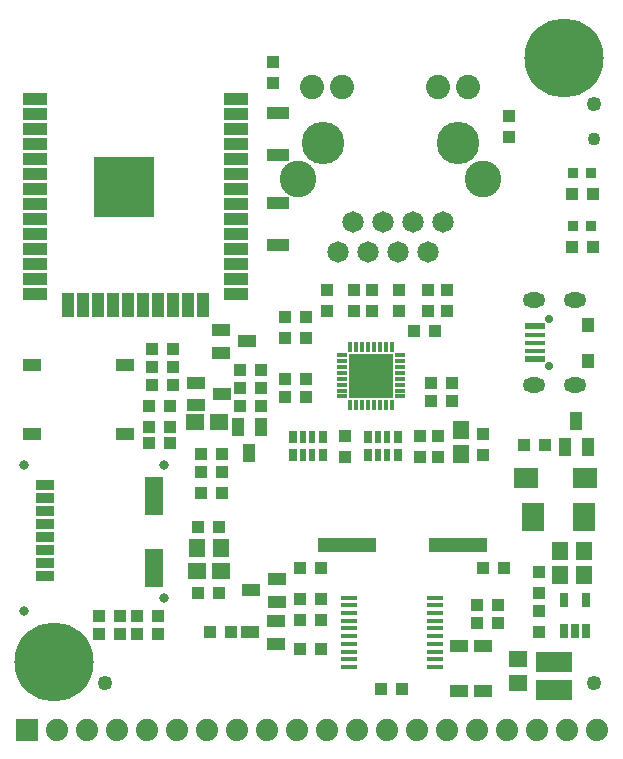
<source format=gbr>
G04 #@! TF.GenerationSoftware,KiCad,Pcbnew,5.1.0-unknown-f7d35cf~86~ubuntu18.04.1*
G04 #@! TF.CreationDate,2019-04-25T16:16:15+03:00*
G04 #@! TF.ProjectId,ESP32-GATEWAY_Rev_F,45535033-322d-4474-9154-455741595f52,F*
G04 #@! TF.SameCoordinates,Original*
G04 #@! TF.FileFunction,Soldermask,Top*
G04 #@! TF.FilePolarity,Negative*
%FSLAX46Y46*%
G04 Gerber Fmt 4.6, Leading zero omitted, Abs format (unit mm)*
G04 Created by KiCad (PCBNEW 5.1.0-unknown-f7d35cf~86~ubuntu18.04.1) date 2019-04-25 16:16:15*
%MOMM*%
%LPD*%
G04 APERTURE LIST*
%ADD10C,3.600000*%
%ADD11C,2.050000*%
%ADD12C,3.100000*%
%ADD13C,1.810000*%
%ADD14R,1.601600X3.201600*%
%ADD15C,0.800000*%
%ADD16R,1.601600X0.901600*%
%ADD17R,1.117600X1.117600*%
%ADD18R,1.625600X1.371600*%
%ADD19R,1.501600X1.101600*%
%ADD20R,1.101600X1.501600*%
%ADD21R,1.879600X2.387600*%
%ADD22R,0.901600X0.901600*%
%ADD23C,1.879600*%
%ADD24R,1.879600X1.879600*%
%ADD25R,1.751600X0.601600*%
%ADD26R,1.751600X0.426600*%
%ADD27C,0.701600*%
%ADD28R,1.101600X1.201600*%
%ADD29O,1.901600X1.301600*%
%ADD30R,1.371600X1.625600*%
%ADD31R,2.101600X1.801600*%
%ADD32R,1.879600X1.117600*%
%ADD33C,1.101600*%
%ADD34R,3.701600X3.701600*%
%ADD35R,0.800000X0.800000*%
%ADD36R,1.822400X1.822400*%
%ADD37R,0.351600X0.901600*%
%ADD38R,0.901600X0.351600*%
%ADD39C,1.600000*%
%ADD40C,6.700000*%
%ADD41R,1.371600X0.426600*%
%ADD42R,3.101600X1.701600*%
%ADD43R,0.651600X1.301600*%
%ADD44R,0.482600X1.117600*%
%ADD45R,0.736600X1.117600*%
%ADD46R,4.927600X1.201600*%
%ADD47R,2.101600X1.001600*%
%ADD48R,1.001600X2.101600*%
%ADD49R,5.101600X5.101600*%
%ADD50C,2.101600*%
%ADD51R,1.625600X1.117600*%
%ADD52C,1.254000*%
G04 APERTURE END LIST*
D10*
X95885000Y-78359000D03*
X107315000Y-78359000D03*
D11*
X105670000Y-73610500D03*
X94990000Y-73610500D03*
D12*
X93800000Y-81409000D03*
X109400000Y-81409000D03*
D11*
X108210000Y-73610500D03*
X97530000Y-73610500D03*
D13*
X97165000Y-87599000D03*
X98435000Y-85059000D03*
X99705000Y-87599000D03*
X100975000Y-85059000D03*
X102245000Y-87599000D03*
X103515000Y-85059000D03*
X104785000Y-87599000D03*
X106055000Y-85059000D03*
D14*
X81577000Y-114275000D03*
X81577000Y-108215000D03*
D15*
X70607000Y-105585000D03*
X82407000Y-105585000D03*
X82407000Y-116855000D03*
X70607000Y-117945000D03*
D16*
X72327000Y-107275000D03*
X72327000Y-108375000D03*
X72327000Y-109475000D03*
X72327000Y-110575000D03*
X72327000Y-111675000D03*
X72327000Y-112775000D03*
X72327000Y-113875000D03*
X72327000Y-114975000D03*
D17*
X88900000Y-97536000D03*
X90678000Y-97536000D03*
D18*
X85090000Y-101981000D03*
X87122000Y-101981000D03*
D17*
X90677999Y-99060000D03*
X88899999Y-99060000D03*
D19*
X87284560Y-94173040D03*
X87284560Y-96075500D03*
X89494360Y-95120460D03*
D17*
X90677999Y-100584000D03*
X88899999Y-100584000D03*
D20*
X90611960Y-102397560D03*
X88709500Y-102397560D03*
X89664540Y-104607360D03*
D21*
X113647000Y-109982000D03*
X118001000Y-109982000D03*
D17*
X85598000Y-104648000D03*
X87376000Y-104648000D03*
X80137000Y-119888000D03*
X81915000Y-119888000D03*
X118745000Y-82677000D03*
X116967000Y-82677000D03*
D22*
X118618000Y-80899000D03*
X117094000Y-80899000D03*
D23*
X78486000Y-128016000D03*
X75946000Y-128016000D03*
X73406000Y-128016000D03*
D24*
X70866000Y-128016000D03*
D23*
X81026000Y-128016000D03*
X83566000Y-128016000D03*
X88646000Y-128016000D03*
X86106000Y-128016000D03*
X91186000Y-128016000D03*
X93726000Y-128016000D03*
X98806000Y-128016000D03*
X96266000Y-128016000D03*
X101346000Y-128016000D03*
X103886000Y-128016000D03*
X108966000Y-128016000D03*
X106426000Y-128016000D03*
X116586000Y-128016000D03*
X119126000Y-128016000D03*
X114046000Y-128016000D03*
X111506000Y-128016000D03*
D25*
X113817000Y-96637500D03*
D26*
X113817000Y-95900000D03*
X113817000Y-95250000D03*
X113817000Y-94600000D03*
D25*
X113817000Y-93862500D03*
D27*
X115067000Y-97250000D03*
X115067000Y-93250000D03*
D28*
X118367000Y-96750000D03*
X118367000Y-93750000D03*
D29*
X117217000Y-98850000D03*
X113747000Y-98850000D03*
X113747000Y-91650000D03*
X117217000Y-91650000D03*
D17*
X86360000Y-119761000D03*
X88138000Y-119761000D03*
D30*
X115951000Y-114935000D03*
X117983000Y-114935000D03*
X115951000Y-112903000D03*
X117983000Y-112903000D03*
D17*
X114173000Y-114681000D03*
X114173000Y-116459000D03*
X114173000Y-119761000D03*
X114173000Y-117983000D03*
X116967000Y-87122000D03*
X118745000Y-87122000D03*
X82931000Y-102362000D03*
X82931000Y-100584000D03*
X83185000Y-98806000D03*
X81407000Y-98806000D03*
X81407000Y-97282000D03*
X83185000Y-97282000D03*
X93980000Y-118745000D03*
X95758000Y-118745000D03*
X112903000Y-103886000D03*
X114681000Y-103886000D03*
D31*
X118070000Y-106680000D03*
X113070000Y-106680000D03*
D17*
X110744000Y-117475000D03*
X108966000Y-117475000D03*
X93980000Y-121158000D03*
X95758000Y-121158000D03*
X111252000Y-114300000D03*
X109474000Y-114300000D03*
X93980000Y-114300000D03*
X95758000Y-114300000D03*
D32*
X92075000Y-75819000D03*
X92075000Y-79375000D03*
X92075000Y-86995000D03*
X92075000Y-83439000D03*
D17*
X85344000Y-110871000D03*
X87122000Y-110871000D03*
X93980000Y-116967000D03*
X95758000Y-116967000D03*
X110744000Y-118999000D03*
X108966000Y-118999000D03*
X92710000Y-93091000D03*
X94488000Y-93091000D03*
X106807000Y-100203000D03*
X105029000Y-100203000D03*
X102616000Y-124523500D03*
X100838000Y-124523500D03*
X100076000Y-92583000D03*
X100076000Y-90805000D03*
X102362000Y-92583000D03*
X102362000Y-90805000D03*
X96266000Y-92583000D03*
X96266000Y-90805000D03*
X85344000Y-116459000D03*
X87122000Y-116459000D03*
X98552000Y-92583000D03*
X98552000Y-90805000D03*
X111633000Y-77851000D03*
X111633000Y-76073000D03*
X91694000Y-71501000D03*
X91694000Y-73279000D03*
X81153000Y-100584000D03*
X81153000Y-102362000D03*
X81153000Y-103759000D03*
X82931000Y-103759000D03*
X83185000Y-95758000D03*
X81407000Y-95758000D03*
D22*
X118618000Y-85344000D03*
X117094000Y-85344000D03*
D33*
X118872000Y-77978000D03*
D17*
X105029000Y-98679000D03*
X106807000Y-98679000D03*
X92710000Y-98298000D03*
X94488000Y-98298000D03*
X92710000Y-99822000D03*
X94488000Y-99822000D03*
X92710000Y-94869000D03*
X94488000Y-94869000D03*
X105410000Y-94234000D03*
X103632000Y-94234000D03*
X97790000Y-104902000D03*
X97790000Y-103124000D03*
X109474000Y-104775000D03*
X109474000Y-102997000D03*
X106426000Y-92583000D03*
X106426000Y-90805000D03*
D30*
X87249000Y-112649000D03*
X85217000Y-112649000D03*
D17*
X104140000Y-103124000D03*
X104140000Y-104902000D03*
X105664000Y-103124000D03*
X105664000Y-104902000D03*
D18*
X112395000Y-122047000D03*
X112395000Y-124079000D03*
D34*
X99949000Y-98044000D03*
D35*
X101249000Y-97544000D03*
X101249000Y-98544000D03*
X100449000Y-99344000D03*
X99449000Y-99344000D03*
X98649000Y-98544000D03*
X98649000Y-97544000D03*
X99449000Y-96744000D03*
X100449000Y-96744000D03*
D36*
X99949000Y-98044000D03*
D37*
X98199000Y-95594000D03*
X98699000Y-95594000D03*
X99199000Y-95594000D03*
X99699000Y-95594000D03*
X100199000Y-95594000D03*
X100699000Y-95594000D03*
X101199000Y-95594000D03*
X101699000Y-95594000D03*
D38*
X102399000Y-96294000D03*
X102399000Y-96794000D03*
X102399000Y-97294000D03*
X102399000Y-97794000D03*
X102399000Y-98294000D03*
X102399000Y-98794000D03*
X102399000Y-99294000D03*
X102399000Y-99794000D03*
D37*
X101699000Y-100494000D03*
X101199000Y-100494000D03*
X100699000Y-100494000D03*
X100199000Y-100494000D03*
X99699000Y-100494000D03*
X99199000Y-100494000D03*
X98699000Y-100494000D03*
X98199000Y-100494000D03*
D38*
X97499000Y-99794000D03*
X97499000Y-99294000D03*
X97499000Y-98794000D03*
X97499000Y-98294000D03*
X97499000Y-97794000D03*
X97499000Y-97294000D03*
X97499000Y-96794000D03*
X97499000Y-96294000D03*
D39*
X70739000Y-122301000D03*
X75565000Y-122301000D03*
X74803000Y-123952000D03*
X71501000Y-124079000D03*
X74803000Y-120650000D03*
X71501000Y-120650000D03*
X73152000Y-124714000D03*
X73152000Y-119888000D03*
D40*
X73152000Y-122301000D03*
D39*
X113919000Y-71120000D03*
X118745000Y-71120000D03*
X117983000Y-72771000D03*
X114681000Y-72898000D03*
X117983000Y-69469000D03*
X114681000Y-69469000D03*
X116332000Y-73533000D03*
X116332000Y-68707000D03*
D40*
X116332000Y-71120000D03*
D41*
X105346500Y-122686000D03*
X105346500Y-122036000D03*
X105346500Y-121386000D03*
X105346500Y-120736000D03*
X105346500Y-120086000D03*
X105346500Y-119436000D03*
X105346500Y-118786000D03*
X105346500Y-118136000D03*
X105346500Y-117486000D03*
X105346500Y-116836000D03*
X98107500Y-116836000D03*
X98107500Y-117486000D03*
X98107500Y-118136000D03*
X98107500Y-118786000D03*
X98107500Y-119436000D03*
X98107500Y-120086000D03*
X98107500Y-120736000D03*
X98107500Y-121386000D03*
X98107500Y-122036000D03*
X98107500Y-122686000D03*
D18*
X87249000Y-114554000D03*
X85217000Y-114554000D03*
D19*
X91912440Y-120710960D03*
X91912440Y-118808500D03*
X89702640Y-119763540D03*
X92039440Y-117154960D03*
X92039440Y-115252500D03*
X89829640Y-116207540D03*
D42*
X115443000Y-124644000D03*
X115443000Y-122244000D03*
D43*
X116271000Y-119664000D03*
X117221000Y-119664000D03*
X118171000Y-119664000D03*
X116271000Y-117064000D03*
X118171000Y-117064000D03*
D20*
X116398040Y-104104440D03*
X118300500Y-104104440D03*
X117345460Y-101894640D03*
D30*
X107569000Y-104648000D03*
X107569000Y-102616000D03*
D44*
X100584000Y-103251000D03*
X101346000Y-103251000D03*
X100584000Y-104775000D03*
X101346000Y-104775000D03*
D45*
X99695000Y-103251000D03*
X99695000Y-104775000D03*
X102235000Y-103251000D03*
X102235000Y-104775000D03*
D44*
X94996000Y-104775000D03*
X94234000Y-104775000D03*
X94996000Y-103251000D03*
X94234000Y-103251000D03*
D45*
X95885000Y-104775000D03*
X95885000Y-103251000D03*
X93345000Y-104775000D03*
X93345000Y-103251000D03*
D46*
X97917000Y-112395000D03*
X107315000Y-112395000D03*
D47*
X71510000Y-74573000D03*
X71510000Y-75843000D03*
X71510000Y-77113000D03*
X71510000Y-78383000D03*
X71510000Y-79653000D03*
X71510000Y-80923000D03*
X71510000Y-82193000D03*
X71510000Y-83463000D03*
X71510000Y-84733000D03*
X71510000Y-86003000D03*
X71510000Y-87273000D03*
X71510000Y-88543000D03*
X71510000Y-89813000D03*
X71510000Y-91083000D03*
D48*
X74310000Y-92083000D03*
X75580000Y-92083000D03*
X76850000Y-92083000D03*
X78120000Y-92083000D03*
X79390000Y-92083000D03*
X80660000Y-92083000D03*
X81930000Y-92083000D03*
X83200000Y-92083000D03*
X84470000Y-92083000D03*
X85740000Y-92083000D03*
D47*
X88510000Y-91083000D03*
X88510000Y-89813000D03*
X88510000Y-88543000D03*
X88510000Y-87273000D03*
X88510000Y-86003000D03*
X88510000Y-84733000D03*
X88510000Y-83463000D03*
X88510000Y-82193000D03*
X88510000Y-80923000D03*
X88510000Y-79653000D03*
X88510000Y-78383000D03*
X88510000Y-77113000D03*
X88510000Y-75843000D03*
X88510000Y-74573000D03*
D49*
X79010000Y-82083000D03*
D50*
X79010000Y-82083000D03*
D51*
X71247000Y-102997000D03*
X79121000Y-102997000D03*
X71247000Y-97155000D03*
X79121000Y-97155000D03*
D17*
X87376000Y-107950000D03*
X85598000Y-107950000D03*
X80137000Y-118364000D03*
X81915000Y-118364000D03*
X76962000Y-118364000D03*
X78740000Y-118364000D03*
X76962000Y-119888000D03*
X78740000Y-119888000D03*
X85598000Y-106172000D03*
X87376000Y-106172000D03*
D19*
X87333000Y-99568000D03*
X85133000Y-100518000D03*
X85133000Y-98618000D03*
X107442000Y-120909000D03*
X107442000Y-124709000D03*
X109474000Y-124709000D03*
X109474000Y-120909000D03*
D52*
X118872000Y-124079000D03*
X77470000Y-124079000D03*
X118872000Y-75057000D03*
D17*
X104775000Y-90805000D03*
X104775000Y-92583000D03*
M02*

</source>
